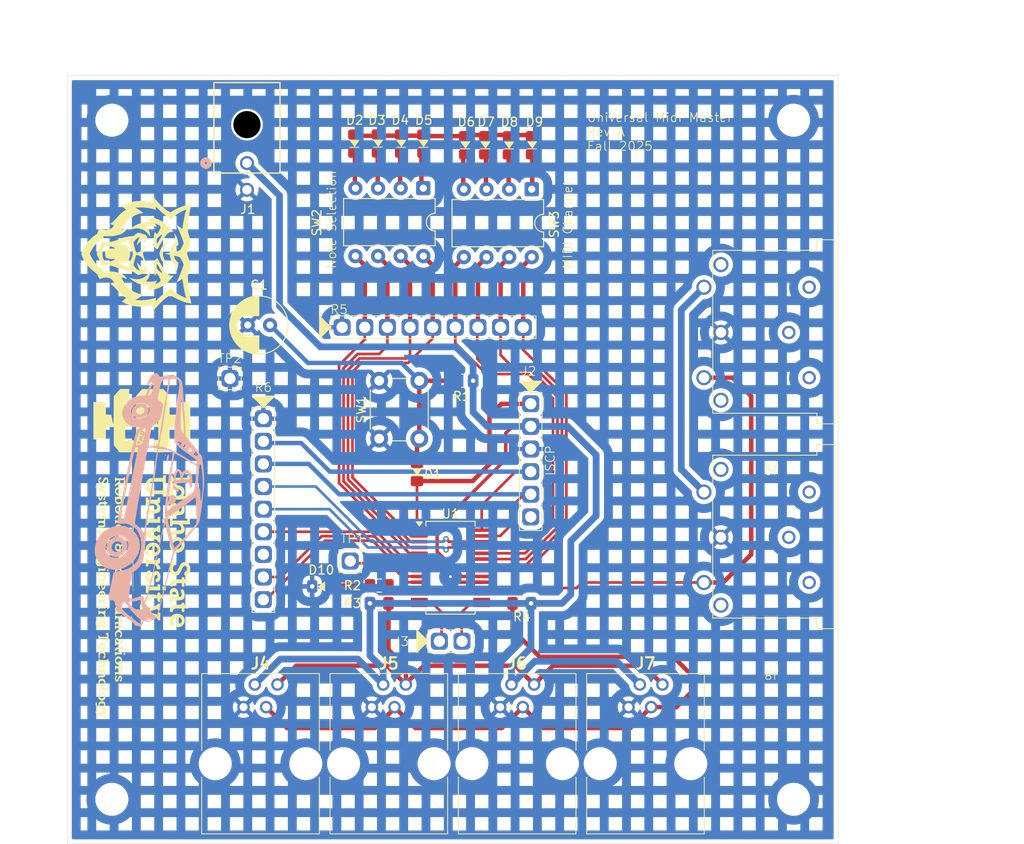
<source format=kicad_pcb>
(kicad_pcb (version 20241229) (generator "pcbnew") (generator_version "9.0")
  (layers (0 "F.Cu" signal) (2 "B.Cu" signal) (13 "F.Paste" user) (15 "B.Paste" user) (5 "F.SilkS" user "F.Silkscreen") (7 "B.SilkS" user "B.Silkscreen") (1 "F.Mask" user) (3 "B.Mask" user) (25 "Edge.Cuts" user))
  (net 0 "")
  (net 1 "GND")
  (net 2 "Net-(D1-A)")
  (net 3 "RE3")
  (net 4 "Net-(D10-A)")
  (net 5 "Net-(D2-K)")
  (net 6 "Net-(D4-K)")
  (net 7 "Net-(D5-K)")
  (net 8 "Net-(D6-K)")
  (net 9 "Net-(D7-K)")
  (net 10 "Net-(D8-K)")
  (net 11 "Net-(D9-K)")
  (net 12 "RB7")
  (net 14 "RB6")
  (net 15 "Net-(U1-RC4)")
  (net 16 "Net-(U1-RC3)")
  (net 17 "Net-(U1-RC7)")
  (net 18 "Net-(U1-RC0)")
  (net 19 "Net-(R5-R2)")
  (net 20 "Net-(R5-R5)")
  (net 21 "Net-(R5-R3)")
  (net 22 "Net-(R5-R1)")
  (net 23 "Net-(R5-R8)")
  (net 24 "Net-(R5-R6)")
  (net 25 "Net-(R5-R7)")
  (net 26 "Net-(R5-R4)")
  (net 27 "Net-(R6-R4)")
  (net 28 "Net-(R6-R7)")
  (net 29 "Net-(R6-R8)")
  (net 31 "Net-(R6-R3)")
  (net 32 "Net-(R6-R5)")
  (net 33 "Net-(U1-RA6)")
  (net 38 "Net-(U1-V_{DD})")
  (net 39 "Net-(D2-A)")
  (net 40 "Net-(D3-K)")
  (net 45 "Net-(J8-Pad4)")
  (footprint "2JB_Footprints:1x9_100mil_Header" (layer "F.Cu") (at 143.7 96.43)
    (property "Reference" "R5" (at -9.2 -0.43 0) (layer "F.SilkS") (effects (font (thickness 0.1))))
    (property "Value" "1KΩ")
    (pad "1" thru_hole roundrect (at -8.86 1.57) (size 1.905 1.905) (drill 1.27) (layers "*.Cu" "*.Mask") (net 1 "GND"))
    (pad "2" thru_hole roundrect (at -6.32 1.57) (size 1.905 1.905) (drill 1.27) (layers "*.Cu" "*.Mask") (net 22 "Net-(R5-R1)"))
    (pad "3" thru_hole roundrect (at -3.78 1.57) (size 1.905 1.905) (drill 1.27) (layers "*.Cu" "*.Mask") (net 19 "Net-(R5-R2)"))
    (pad "4" thru_hole roundrect (at -1.24 1.57) (size 1.905 1.905) (drill 1.27) (layers "*.Cu" "*.Mask") (net 21 "Net-(R5-R3)"))
    (pad "5" thru_hole roundrect (at 1.3 1.57) (size 1.905 1.905) (drill 1.27) (layers "*.Cu" "*.Mask") (net 26 "Net-(R5-R4)"))
    (pad "6" thru_hole roundrect (at 3.84 1.57) (size 1.905 1.905) (drill 1.27) (layers "*.Cu" "*.Mask") (net 20 "Net-(R5-R5)"))
    (pad "7" thru_hole roundrect (at 6.38 1.57) (size 1.905 1.905) (drill 1.27) (layers "*.Cu" "*.Mask") (net 24 "Net-(R5-R6)"))
    (pad "8" thru_hole roundrect (at 8.92 1.57) (size 1.905 1.905) (drill 1.27) (layers "*.Cu" "*.Mask") (net 25 "Net-(R5-R7)"))
    (pad "9" thru_hole roundrect (at 11.464442 1.579999) (size 1.905 1.905) (drill 1.27) (layers "*.Cu" "*.Mask") (net 23 "Net-(R5-R8)"))
  )
  (footprint "2JB_Footprints:C_0805" (layer "F.Cu") (at 155 129 180)
    (property "Reference" "R4" (at 0 -1.5 180) (layer "F.SilkS"))
    (property "Value" "2.2KΩ")
    (pad "1" thru_hole roundrect (at -1.0375 0 180) (size 1.175 1.45) (drill 0.5) (layers "*.Cu" "*.Mask") (roundrect_rratio 0.212766) (net 38 "Net-(U1-V_{DD})"))
    (pad "2" smd roundrect (at 1.0375 0 180) (size 1.175 1.45) (layers "F.Cu" "F.Mask" "F.Paste") (roundrect_rratio 0.212766) (net 15 "Net-(U1-RC4)"))
  )
  (footprint "2JB_Footprints:1X1_100mil_Header" (layer "F.Cu") (at 156.07 124.25)
    (property "Reference" "TP1" (at -20.07 -2.5 0) (layer "F.SilkS") (effects (font (thickness 0.1))))
    (property "Value" "Clock Out")
    (pad "1" thru_hole roundrect (at -20.32 0) (size 1.905 1.905) (drill 1.27) (layers "*.Cu" "*.Mask") (net 33 "Net-(U1-RA6)"))
  )
  (footprint "2JB_Footprints:D_0805" (layer "F.Cu") (at 132.754 127.856 180)
    (property "Reference" "D10" (at 0.254 2.606 0) (layer "F.SilkS"))
    (property "Value" "LED_Small_Filled" (hide yes))
    (pad "1" thru_hole roundrect (at 1.27 0.762 180) (size 1.15 1.4) (drill 0.5) (layers "*.Cu" "*.Mask") (roundrect_rratio 0.217391) (net 1 "GND"))
    (pad "2" smd roundrect (at -0.762 0.762 180) (size 1.15 1.4) (layers "F.Cu" "F.Mask" "F.Paste") (roundrect_rratio 0.217391) (net 4 "Net-(D10-A)"))
  )
  (footprint "Capacitor_THT:C_Radial_D6.3mm_H11.0mm_P2.50mm" (layer "F.Cu") (at 126.75 97.75 180)
    (property "Reference" "C1" (at 1.25 4.5 180) (layer "F.SilkS"))
    (property "Value" "10µF")
    (pad "1" thru_hole circle (at 0 0 180) (size 1.6 1.6) (drill 0.8) (layers "*.Cu" "*.Mask") (net 2 "Net-(D1-A)"))
    (pad "2" thru_hole circle (at 2.5 0 180) (size 1.6 1.6) (drill 0.8) (layers "*.Cu" "*.Mask") (net 1 "GND"))
  )
  (footprint "2JB_Footprints:D_0805" (layer "F.Cu") (at 136.976 77.126 -90)
    (property "Reference" "D2" (at -2.376 0.726 180) (layer "F.SilkS"))
    (property "Value" "LED_Small_Filled" (hide yes))
    (pad "1" smd roundrect (at 1.27 0.762 270) (size 1.15 1.4) (layers "F.Cu" "F.Mask" "F.Paste") (roundrect_rratio 0.217391) (net 5 "Net-(D2-K)"))
    (pad "2" smd roundrect (at -0.762 0.762 270) (size 1.15 1.4) (layers "F.Cu" "F.Mask" "F.Paste") (roundrect_rratio 0.217391) (net 39 "Net-(D2-A)"))
  )
  (footprint "2JB_Footprints:RJ11" (layer "F.Cu") (at 125.68 147)
    (property "Reference" "J4" (at 0 -11.25 0) (layer "F.SilkS") (effects (font (size 1.27 1.27) (thickness 0.254))))
    (property "Value" "I2C Out" (hide yes))
    (pad "" np_thru_hole circle (at -5.08 0) (size 3.2 3.2) (drill 3.2) (layers "*.Cu" "*.Mask"))
    (pad "" np_thru_hole circle (at 5.08 0) (size 3.2 3.2) (drill 3.2) (layers "*.Cu" "*.Mask"))
    (pad "1" thru_hole circle (at -1.905 -6.35) (size 1.4 1.4) (drill 0.9) (layers "*.Cu" "*.Mask") (net 1 "GND"))
    (pad "2" thru_hole circle (at -0.635 -8.89) (size 1.4 1.4) (drill 0.9) (layers "*.Cu" "*.Mask") (net 38 "Net-(U1-V_{DD})"))
    (pad "3" thru_hole circle (at 0.635 -6.35) (size 1.4 1.4) (drill 0.9) (layers "*.Cu" "*.Mask") (net 15 "Net-(U1-RC4)"))
    (pad "4" thru_hole circle (at 1.905 -8.89) (size 1.4 1.4) (drill 0.9) (layers "*.Cu" "*.Mask") (net 16 "Net-(U1-RC3)"))
  )
  (footprint "2JB_Footprints:DIN-5PIN_MIDI" (layer "F.Cu") (at 182.9415 123.7975 180)
    (property "Reference" "J8" (at -0.1 -13.2 180) (layer "F.SilkS") (effects (font (thickness 0.1))))
    (property "Value" "MIDI In")
    (pad "1" thru_hole circle (at 5.5975 9.8375 180) (size 1.7 1.7) (drill 1.2) (layers "*.Cu" "*.Mask"))
    (pad "2" thru_hole circle (at 5.5975 2.2175 180) (size 1.7 1.7) (drill 1.2) (layers "*.Cu" "*.Mask") (net 1 "GND"))
    (pad "3" thru_hole circle (at 5.5975 -5.4025 180) (size 1.7 1.7) (drill 1.2) (layers "*.Cu" "*.Mask"))
    (pad "4" thru_hole circle (at 7.5025 7.2975 180) (size 1.7 1.7) (drill 1.2) (layers "*.Cu" "*.Mask") (net 45 "Net-(J8-Pad4)"))
    (pad "5" thru_hole circle (at 7.5025 -2.8625 180) (size 1.7 1.7) (drill 1.2) (layers "*.Cu" "*.Mask") (net 17 "Net-(U1-RC7)"))
    (pad "6" thru_hole circle (at -2.0225 2.2175 90) (size 1.5 1.5) (drill 1) (layers "*.Cu" "*.Mask"))
    (pad "7" thru_hole circle (at -4.3085 -2.8625 90) (size 1.5 1.5) (drill 1) (layers "*.Cu" "*.Mask"))
    (pad "7" thru_hole circle (at -4.3085 7.2975 90) (size 1.5 1.5) (drill 1) (layers "*.Cu" "*.Mask"))
  )
  (footprint "MountingHole:MountingHole_3.2mm_M3_DIN965" (layer "F.Cu") (at 185.5 74.75)
    (property "Reference" "REF**" (hide yes))
    (property "Value" "MountingHole_3.2mm_M3_DIN965")
    (pad "" np_thru_hole circle (at 0 0) (size 3.2 3.2) (drill 3.2) (layers "*.Cu" "*.Mask"))
  )
  (footprint "2JB_Footprints:D_0805" (layer "F.Cu") (at 142.226 77.126 -90)
    (property "Reference" "D4" (at -2.38 0.87 180) (layer "F.SilkS"))
    (property "Value" "LED_Small_Filled" (hide yes))
    (pad "1" smd roundrect (at 1.27 0.762 270) (size 1.15 1.4) (layers "F.Cu" "F.Mask" "F.Paste") (roundrect_rratio 0.217391) (net 6 "Net-(D4-K)"))
    (pad "2" smd roundrect (at -0.762 0.762 270) (size 1.15 1.4) (layers "F.Cu" "F.Mask" "F.Paste") (roundrect_rratio 0.217391) (net 39 "Net-(D2-A)"))
  )
  (footprint "MountingHole:MountingHole_3.2mm_M3_DIN965" (layer "F.Cu") (at 109 151)
    (property "Reference" "REF**" (hide yes))
    (property "Value" "MountingHole_3.2mm_M3_DIN965")
    (pad "" np_thru_hole circle (at 0 0) (size 3.2 3.2) (drill 3.2) (layers "*.Cu" "*.Mask"))
  )
  (footprint "2JB_Footprints:C_0805" (layer "F.Cu") (at 139 127 180)
    (property "Reference" "R2" (at 3 0 0) (layer "F.SilkS"))
    (property "Value" "10KΩ")
    (pad "1" smd roundrect (at -1.0375 0 180) (size 1.175 1.45) (layers "F.Cu" "F.Mask" "F.Paste") (roundrect_rratio 0.212766) (net 18 "Net-(U1-RC0)"))
    (pad "2" smd roundrect (at 1.0375 0 180) (size 1.175 1.45) (layers "F.Cu" "F.Mask" "F.Paste") (roundrect_rratio 0.212766) (net 4 "Net-(D10-A)"))
  )
  (footprint "2JB_Footprints:D_0805" (layer "F.Cu") (at 156.916 77.301 -90)
    (property "Reference" "D9" (at -2.36 0.496 180) (layer "F.SilkS"))
    (property "Value" "LED_Small_Filled" (hide yes))
    (pad "1" smd roundrect (at 1.27 0.762 270) (size 1.15 1.4) (layers "F.Cu" "F.Mask" "F.Paste") (roundrect_rratio 0.217391) (net 11 "Net-(D9-K)"))
    (pad "2" smd roundrect (at -0.762 0.762 270) (size 1.15 1.4) (layers "F.Cu" "F.Mask" "F.Paste") (roundrect_rratio 0.217391) (net 39 "Net-(D2-A)"))
  )
  (footprint "2JB_Footprints:1X2_100mil_Header" (layer "F.Cu") (at 166.07 133.25)
    (property "Reference" "J3" (at -24.5875 0.035 0) (layer "F.SilkS") (effects (font (thickness 0.1))))
    (property "Value" "I2C Test Point")
    (pad "1" thru_hole roundrect (at -20.32 0) (size 1.905 1.905) (drill 1.27) (layers "*.Cu" "*.Mask") (net 16 "Net-(U1-RC3)"))
    (pad "2" thru_hole roundrect (at -17.78 0) (size 1.905 1.905) (drill 1.27) (layers "*.Cu" "*.Mask") (net 15 "Net-(U1-RC4)"))
  )
  (footprint "2JB_Footprints:D_0805" (layer "F.Cu") (at 151.666 77.301 -90)
    (property "Reference" "D7" (at -2.36 0.67 180) (layer "F.SilkS"))
    (property "Value" "LED_Small_Filled" (hide yes))
    (pad "1" smd roundrect (at 1.27 0.762 270) (size 1.15 1.4) (layers "F.Cu" "F.Mask" "F.Paste") (roundrect_rratio 0.217391) (net 9 "Net-(D7-K)"))
    (pad "2" smd roundrect (at -0.762 0.762 270) (size 1.15 1.4) (layers "F.Cu" "F.Mask" "F.Paste") (roundrect_rratio 0.217391) (net 39 "Net-(D2-A)"))
  )
  (footprint "Package_DIP:DIP-8_W7.62mm" (layer "F.Cu") (at 143.95 82.38 -90)
    (property "Reference" "SW2" (at 3.87 11.95 90) (layer "F.SilkS"))
    (property "Value" "Note Selection" (hide yes))
    (pad "1" thru_hole roundrect (at 0 0 270) (size 1.6 1.6) (drill 0.8) (layers "*.Cu" "*.Mask") (roundrect_rratio 0.15625) (net 7 "Net-(D5-K)"))
    (pad "2" thru_hole circle (at 0 2.54 270) (size 1.6 1.6) (drill 0.8) (layers "*.Cu" "*.Mask") (net 6 "Net-(D4-K)"))
    (pad "3" thru_hole circle (at 0 5.08 270) (size 1.6 1.6) (drill 0.8) (layers "*.Cu" "*.Mask") (net 40 "Net-(D3-K)"))
    (pad "4" thru_hole circle (at 0 7.62 270) (size 1.6 1.6) (drill 0.8) (layers "*.Cu" "*.Mask") (net 5 "Net-(D2-K)"))
    (pad "5" thru_hole circle (at 7.62 7.62 270) (size 1.6 1.6) (drill 0.8) (layers "*.Cu" "*.Mask") (net 22 "Net-(R5-R1)"))
    (pad "6" thru_hole circle (at 7.62 5.08 270) (size 1.6 1.6) (drill 0.8) (layers "*.Cu" "*.Mask") (net 19 "Net-(R5-R2)"))
    (pad "7" thru_hole circle (at 7.62 2.54 270) (size 1.6 1.6) (drill 0.8) (layers "*.Cu" "*.Mask") (net 21 "Net-(R5-R3)"))
    (pad "8" thru_hole circle (at 7.62 0 270) (size 1.6 1.6) (drill 0.8) (layers "*.Cu" "*.Mask") (net 26 "Net-(R5-R4)"))
  )
  (footprint "2JB_Logos:Stacked_ISU_1_5x0_5" (layer "F.Cu") (at 112.600799 123.638088 -90)
    (property "Reference" "G***" (hide yes))
    (property "Value" "LOGO" (hide yes))
  )
  (footprint "2JB_Footprints:C_0805" (layer "F.Cu") (at 148.5 104 180)
    (property "Reference" "R1" (at 0.261252 -1.75 0) (layer "F.SilkS"))
    (property "Value" "10KΩ")
    (pad "1" thru_hole roundrect (at -1.0375 0 180) (size 1.175 1.45) (drill 0.5) (layers "*.Cu" "*.Mask") (roundrect_rratio 0.212766) (net 38 "Net-(U1-V_{DD})"))
    (pad "2" smd roundrect (at 1.0375 0 180) (size 1.175 1.45) (layers "F.Cu" "F.Mask" "F.Paste") (roundrect_rratio 0.212766) (net 2 "Net-(D1-A)"))
  )
  (footprint "2JB_Logos:Bengal_Head_0_5x0_5" (layer "F.Cu") (at 111.75 89.75 -90)
    (property "Reference" "G***" (hide yes))
    (property "Value" "LOGO" (hide yes))
  )
  (footprint "2JB_Footprints:D_0805" (layer "F.Cu") (at 139.632 77.11 -90)
    (property "Reference" "D3" (at -2.36 0.882 180) (layer "F.SilkS"))
    (property "Value" "LED_Small_Filled" (hide yes))
    (pad "1" smd roundrect (at 1.27 0.762 270) (size 1.15 1.4) (layers "F.Cu" "F.Mask" "F.Paste") (roundrect_rratio 0.217391) (net 40 "Net-(D3-K)"))
    (pad "2" smd roundrect (at -0.762 0.762 270) (size 1.15 1.4) (layers "F.Cu" "F.Mask" "F.Paste") (roundrect_rratio 0.217391) (net 39 "Net-(D2-A)"))
  )
  (footprint "2JB_Footprints:D_0805" (layer "F.Cu") (at 144 114 -90)
    (property "Reference" "D1" (at 0.508 -1.016 180) (layer "F.SilkS"))
    (property "Value" "1N4148" (hide yes))
    (pad "1" smd roundrect (at 1.27 0.762 270) (size 1.15 1.4) (layers "F.Cu" "F.Mask" "F.Paste") (roundrect_rratio 0.217391) (net 3 "RE3"))
    (pad "2" smd roundrect (at -0.762 0.762 270) (size 1.15 1.4) (layers "F.Cu" "F.Mask" "F.Paste") (roundrect_rratio 0.217391) (net 2 "Net-(D1-A)"))
  )
  (footprint "2JB_Footprints:1x9_100mil_Header" (layer "F.Cu") (at 127.57 117.12 -90)
    (property "Reference" "R6" (at -12.37 1.57 0) (layer "F.SilkS") (effects (font (thickness 0.1))))
    (property "Value" "10KΩ")
    (pad "1" thru_hole roundrect (at -8.86 1.57 270) (size 1.905 1.905) (drill 1.27) (layers "*.Cu" "*.Mask") (net 1 "GND"))
    (pad "2" thru_hole roundrect (at -6.32 1.57 270) (size 1.905 1.905) (drill 1.27) (layers "*.Cu" "*.Mask") (net 12 "RB7"))
    (pad "3" thru_hole roundrect (at -3.78 1.57 270) (size 1.905 1.905) (drill 1.27) (layers "*.Cu" "*.Mask") (net 14 "RB6"))
    (pad "4" thru_hole roundrect (at -1.24 1.57 270) (size 1.905 1.905) (drill 1.27) (layers "*.Cu" "*.Mask") (net 31 "Net-(R6-R3)"))
    (pad "5" thru_hole roundrect (at 1.3 1.57 270) (size 1.905 1.905) (drill 1.27) (layers "*.Cu" "*.Mask") (net 27 "Net-(R6-R4)"))
    (pad "6" thru_hole roundrect (at 3.84 1.57 270) (size 1.905 1.905) (drill 1.27) (layers "*.Cu" "*.Mask") (net 32 "Net-(R6-R5)"))
    (pad "7" thru_hole roundrect (at 6.38 1.57 270) (size 1.905 1.905) (drill 1.27) (layers "*.Cu" "*.Mask"))
    (pad "8" thru_hole roundrect (at 8.92 1.57 270) (size 1.905 1.905) (drill 1.27) (layers "*.Cu" "*.Mask") (net 28 "Net-(R6-R7)"))
    (pad "9" thru_hole roundrect (at 11.464442 1.579999 270) (size 1.905 1.905) (drill 1.27) (layers "*.Cu" "*.Mask") (net 29 "Net-(R6-R8)"))
  )
  (footprint "Package_SO:SSOP-28_5.3x10.2mm_P0.65mm" (layer "F.Cu") (at 147 125)
    (property "Reference" "U1" (at 0 -6.05 0) (layer "F.SilkS"))
    (property "Value" "PIC16F1788")
    (pad "1" smd roundrect (at -3.5 -4.225) (size 1.9 0.4) (layers "F.Cu" "F.Mask" "F.Paste") (net 3 "RE3"))
    (pad "2" smd roundrect (at -3.5 -3.575) (size 1.9 0.4) (layers "F.Cu" "F.Mask" "F.Paste") (net 26 "Net-(R5-R4)"))
    (pad "3" smd roundrect (at -3.5 -2.925) (size 1.9 0.4) (layers "F.Cu" "F.Mask" "F.Paste") (net 21 "Net-(R5-R3)"))
    (pad "4" smd roundrect (at -3.5 -2.275) (size 1.9 0.4) (layers "F.Cu" "F.Mask" "F.Paste") (net 19 "Net-(R5-R2)"))
    (pad "5" smd roundrect (at -3.5 -1.625) (size 1.9 0.4) (layers "F.Cu" "F.Mask" "F.Paste") (net 22 "Net-(R5-R1)"))
    (pad "6" smd roundrect (at -3.5 -0.975) (size 1.9 0.4) (layers "F.Cu" "F.Mask" "F.Paste") (net 32 "Net-(R6-R5)"))
    (pad "7" smd roundrect (at -3.5 -0.325) (size 1.9 0.4) (layers "F.Cu" "F.Mask" "F.Paste") (net 28 "Net-(R6-R7)"))
    (pad "8" smd roundrect (at -3.5 0.325) (size 1.9 0.4) (layers "F.Cu" "F.Mask" "F.Paste") (net 1 "GND"))
    (pad "9" smd roundrect (at -3.5 0.975) (size 1.9 0.4) (layers "F.Cu" "F.Mask" "F.Paste") (net 29 "Net-(R6-R8)"))
    (pad "10" smd roundrect (at -3.5 1.625) (size 1.9 0.4) (layers "F.Cu" "F.Mask" "F.Paste") (net 33 "Net-(U1-RA6)"))
    (pad "11" smd roundrect (at -3.5 2.275) (size 1.9 0.4) (layers "F.Cu" "F.Mask" "F.Paste") (net 18 "Net-(U1-RC0)"))
    (pad "12" smd roundrect (at -3.5 2.925) (size 1.9 0.4) (layers "F.Cu" "F.Mask" "F.Paste"))
    (pad "13" smd roundrect (at -3.5 3.575) (size 1.9 0.4) (layers "F.Cu" "F.Mask" "F.Paste"))
    (pad "14" smd roundrect (at -3.5 4.225) (size 1.9 0.4) (layers "F.Cu" "F.Mask" "F.Paste") (net 16 "Net-(U1-RC3)"))
    (pad "15" smd roundrect (at 3.5 4.225) (size 1.9 0.4) (layers "F.Cu" "F.Mask" "F.Paste") (net 15 "Net-(U1-RC4)"))
    (pad "16" smd roundrect (at 3.5 3.575) (size 1.9 0.4) (layers "F.Cu" "F.Mask" "F.Paste"))
    (pad "17" smd roundrect (at 3.5 2.925) (size 1.9 0.4) (layers "F.Cu" "F.Mask" "F.Paste"))
    (pad "18" smd roundrect (at 3.5 2.275) (size 1.9 0.4) (layers "F.Cu" "F.Mask" "F.Paste") (net 17 "Net-(U1-RC7)"))
    (pad "19" smd roundrect (at 3.5 1.625) (size 1.9 0.4) (layers "F.Cu" "F.Mask" "F.Paste") (net 1 "GND"))
    (pad "20" smd roundrect (at 3.5 0.975) (size 1.9 0.4) (layers "F.Cu" "F.Mask" "F.Paste") (net 38 "Net-(U1-V_{DD})"))
    (pad "21" smd roundrect (at 3.5 0.325) (size 1.9 0.4) (layers "F.Cu" "F.Mask" "F.Paste") (net 23 "Net-(R5-R8)"))
    (pad "22" smd roundrect (at 3.5 -0.325) (size 1.9 0.4) (layers "F.Cu" "F.Mask" "F.Paste") (net 25 "Net-(R5-R7)"))
    (pad "23" smd roundrect (at 3.5 -0.975) (size 1.9 0.4) (layers "F.Cu" "F.Mask" "F.Paste") (net 24 "Net-(R5-R6)"))
    (pad "24" smd roundrect (at 3.5 -1.625) (size 1.9 0.4) (layers "F.Cu" "F.Mask" "F.Paste") (net 20 "Net-(R5-R5)"))
    (pad "25" smd roundrect (at 3.5 -2.275) (size 1.9 0.4) (layers "F.Cu" "F.Mask" "F.Paste") (net 27 "Net-(R6-R4)"))
    (pad "26" smd roundrect (at 3.5 -2.925) (size 1.9 0.4) (layers "F.Cu" "F.Mask" "F.Paste") (net 31 "Net-(R6-R3)"))
    (pad "27" smd roundrect (at 3.5 -3.575) (size 1.9 0.4) (layers "F.Cu" "F.Mask" "F.Paste") (net 14 "RB6"))
    (pad "28" smd roundrect (at 3.5 -4.225) (size 1.9 0.4) (layers "F.Cu" "F.Mask" "F.Paste") (net 12 "RB7"))
  )
  (footprint "2JB_Footprints:1X1_100mil_Header" (layer "F.Cu") (at 142.57 103.75)
    (property "Reference" "TP2" (at -20.32 -2.25 0) (layer "F.SilkS") (effects (font (thickness 0.1))))
    (property "Value" "GND")
    (pad "1" thru_hole roundrect (at -20.32 0) (size 1.905 1.905) (drill 1.27) (layers "*.Cu" "*.Mask") (net 1 "GND"))
  )
  (footprint "2JB_Footprints:RJ11" (layer "F.Cu") (at 154.48 147)
    (property "Reference" "J6" (at 0 -11.25 0) (layer "F.SilkS") (effects (font (size 1.27 1.27) (thickness 0.254))))
    (property "Value" "I2C Out" (hide yes))
    (pad "" np_thru_hole circle (at -5.08 0) (size 3.2 3.2) (drill 3.2) (layers "*.Cu" "*.Mask"))
    (pad "" np_thru_hole circle (at 5.08 0) (size 3.2 3.2) (drill 3.2) (layers "*.Cu" "*.Mask"))
    (pad "1" thru_hole circle (at -1.905 -6.35) (size 1.4 1.4) (drill 0.9) (layers "*.Cu" "*.Mask") (net 1 "GND"))
    (pad "2" thru_hole circle (at -0.635 -8.89) (size 1.4 1.4) (drill 0.9) (layers "*.Cu" "*.Mask") (net 38 "Net-(U1-V_{DD})"))
    (pad "3" thru_hole circle (at 0.635 -6.35) (size 1.4 1.4) (drill 0.9) (layers "*.Cu" "*.Mask") (net 15 "Net-(U1-RC4)"))
    (pad "4" thru_hole circle (at 1.905 -8.89) (size 1.4 1.4) (drill 0.9) (layers "*.Cu" "*.Mask") (net 16 "Net-(U1-RC3)"))
  )
  (footprint "2JB_Footprints:RJ11" (layer "F.Cu") (at 168.88 147)
    (property "Reference" "J7" (at 0 -11.25 0) (layer "F.SilkS") (effects (font (size 1.27 1.27) (thickness 0.254))))
    (property "Value" "I2C Out" (hide yes))
    (pad "" np_thru_hole circle (at -5.08 0) (size 3.2 3.2) (drill 3.2) (layers "*.Cu" "*.Mask"))
    (pad "" np_thru_hole circle (at 5.08 0) (size 3.2 3.2) (drill 3.2) (layers "*.Cu" "*.Mask"))
    (pad "1" thru_hole circle (at -1.905 -6.35) (size 1.4 1.4) (drill 0.9) (layers "*.Cu" "*.Mask") (net 1 "GND"))
    (pad "2" thru_hole circle (at -0.635 -8.89) (size 1.4 1.4) (drill 0.9) (layers "*.Cu" "*.Mask") (net 38 "Net-(U1-V_{DD})"))
    (pad "3" thru_hole circle (at 0.635 -6.35) (size 1.4 1.4) (drill 0.9) (layers "*.Cu" "*.Mask") (net 15 "Net-(U1-RC4)"))
    (pad "4" thru_hole circle (at 1.905 -8.89) (size 1.4 1.4) (drill 0.9) (layers "*.Cu" "*.Mask") (net 16 "Net-(U1-RC3)"))
  )
  (footprint "2JB_Footprints:DIN-5PIN_MIDI" (layer "F.Cu") (at 182.9415 100.7975 180)
    (property "Reference" "J9" (at -0.1 -13.2 180) (layer "F.SilkS") (effects (font (thickness 0.1))))
    (property "Value" "MIDI Through")
    (pad "1" thru_hole circle (at 5.5975 9.8375 180) (size 1.7 1.7) (drill 1.2) (layers "*.Cu" "*.Mask"))
    (pad "2" thru_hole circle (at 5.5975 2.2175 180) (size 1.7 1.7) (drill 1.2) (layers "*.Cu" "*.Mask") (net 1 "GND"))
    (pad "3" thru_hole circle (at 5.5975 -5.4025 180) (size 1.7 1.7) (drill 1.2) (layers "*.Cu" "*.Mask"))
    (pad "4" thru_hole circle (at 7.5025 7.2975 180) (size 1.7 1.7) (drill 1.2) (layers "*.Cu" "*.Mask") (net 45 "Net-(J8-Pad4)"))
    (pad "5" thru_hole circle (at 7.5025 -2.8625 180) (size 1.7 1.7) (drill 1.2) (layers "*.Cu" "*.Mask") (net 17 "Net-(U1-RC7)"))
    (pad "6" thru_hole circle (at -2.0225 2.2175 90) (size 1.5 1.5) (drill 1) (layers "*.Cu" "*.Mask"))
    (pad "7" thru_hole circle (at -4.3085 -2.8625 90) (size 1.5 1.5) (drill 1) (layers "*.Cu" "*.Mask"))
    (pad "7" thru_hole circle (at -4.3085 7.2975 90) (size 1.5 1.5) (drill 1) (layers "*.Cu" "*.Mask"))
  )
  (footprint "Package_DIP:DIP-8_W7.62mm" (layer "F.Cu") (at 156.12 82.5 -90)
    (property "Reference" "SW3" (at 3.94 -2.52 90) (layer "F.SilkS"))
    (property "Value" "MIDI Channel" (hide yes))
    (pad "1" thru_hole roundrect (at 0 0 270) (size 1.6 1.6) (drill 0.8) (layers "*.Cu" "*.Mask") (roundrect_rratio 0.15625) (net 11 "Net-(D9-K)"))
    (pad "2" thru_hole circle (at 0 2.54 270) (size 1.6 1.6) (drill 0.8) (layers "*.Cu" "*.Mask") (net 10 "Net-(D8-K)"))
    (pad "3" thru_hole circle (at 0 5.08 270) (size 1.6 1.6) (drill 0.8) (layers "*.Cu" "*.Mask") (net 9 "Net-(D7-K)"))
    (pad "4" thru_hole circle (at 0 7.62 270) (size 1.6 1.6) (drill 0.8) (layers "*.Cu" "*.Mask") (net 8 "Net-(D6-K)"))
    (pad "5" thru_hole circle (at 7.62 7.62 270) (size 1.6 1.6) (drill 0.8) (layers "*.Cu" "*.Mask") (net 20 "Net-(R5-R5)"))
    (pad "6" thru_hole circle (at 7.62 5.08 270) (size 1.6 1.6) (drill 0.8) (layers "*.Cu" "*.Mask") (net 24 "Net-(R5-R6)"))
    (pad "7" thru_hole circle (at 7.62 2.54 270) (size 1.6 1.6) (drill 0.8) (layers "*.Cu" "*.Mask") (net 25 "Net-(R5-R7)"))
    (pad "8" thru_hole circle (at 7.62 0 270) (size 1.6 1.6) (drill 0.8) (layers "*.Cu" "*.Mask") (net 23 "Net-(R5-R8)"))
  )
  (footprint "2JB_Footprints:D_0805" (layer "F.Cu") (at 144.726 77.126 -90)
    (property "Reference" "D5" (at -2.376 0.726 180) (layer "F.SilkS"))
    (property "Value" "LED_Small_Filled" (hide yes))
    (pad "1" smd roundrect (at 1.27 0.762 270) (size 1.15 1.4) (layers "F.Cu" "F.Mask" "F.Paste") (roundrect_rratio 0.217391) (net 7 "Net-(D5-K)"))
    (pad "2" smd roundrect (at -0.762 0.762 270) (size 1.15 1.4) (layers "F.Cu" "F.Mask" "F.Paste") (roundrect_rratio 0.217391) (net 39 "Net-(D2-A)"))
  )
  (footprint "MountingHole:MountingHole_3.2mm_M3_DIN965" (layer "F.Cu") (at 185.5 151)
    (property "Reference" "REF**" (hide yes))
    (property "Value" "MountingHole_3.2mm_M3_DIN965")
    (pad "" np_thru_hole circle (at 0 0) (size 3.2 3.2) (drill 3.2) (layers "*.Cu" "*.Mask"))
  )
  (footprint "2JB_Footprints:2PinMolex" (layer "F.Cu") (at 124.1604 79.564301 180)
    (property "Reference" "J1" (at -0.0896 -5.185699 0) (layer "F.SilkS"))
    (property "Value" "Power")
    (pad "" np_thru_hole circle (at 0 4.320002 180) (size 3.048 3.048) (drill 3.048) (layers))
    (pad "1" thru_hole circle (at 0 0 180) (size 1.5748 1.5748) (drill 1.0668) (layers "*.Cu" "*.Mask") (net 38 "Net-(U1-V_{DD})"))
    (pad "2" thru_hole circle (at 0 -2.999999 180) (size 1.5748 1.5748) (drill 1.0668) (layers "*.Cu" "*.Mask") (net 1 "GND"))
  )
  (footprint "2JB_Footprints:1X6_100mil_Header" (layer "F.Cu") (at 162.604 112.94 -90)
    (property "Reference" "J2" (at -10.008 6.837 0) (layer "F.SilkS") (effects (font (thickness 0.1))))
    (property "Value" "ISCP")
    (pad "1" thru_hole roundrect (at -6.35 6.604 270) (size 1.905 1.905) (drill 1.27) (layers "*.Cu" "*.Mask") (net 3 "RE3"))
    (pad "2" thru_hole roundrect (at -3.81 6.604 270) (size 1.905 1.905) (drill 1.27) (layers "*.Cu" "*.Mask") (net 38 "Net-(U1-V_{DD})"))
    (pad "3" thru_hole roundrect (at -1.27 6.604 270) (size 1.905 1.905) (drill 1.27) (layers "*.Cu" "*.Mask") (net 1 "GND"))
    (pad "4" thru_hole roundrect (at 1.27 6.604 270) (size 1.905 1.905) (drill 1.27) (layers "*.Cu" "*.Mask") (net 12 "RB7"))
    (pad "5" thru_hole roundrect (at 3.81 6.604 270) (size 1.905 1.905) (drill 1.27) (layers "*.Cu" "*.Mask") (net 14 "RB6"))
    (pad "6" thru_hole roundrect (at 6.35 6.604 270) (size 1.905 1.905) (drill 1.27) (layers "*.Cu" "*.Mask"))
  )
  (footprint "2JB_Footprints:RJ11" (layer "F.Cu") (at 140.08 147)
    (property "Reference" "J5" (at 0 -11.25 0) (layer "F.SilkS") (effects (font (size 1.27 1.27) (thickness 0.254))))
    (property "Value" "I2C Out" (hide yes))
    (pad "" np_thru_hole circle (at -5.08 0) (size 3.2 3.2) (drill 3.2) (layers "*.Cu" "*.Mask"))
    (pad "" np_thru_hole circle (at 5.08 0) (size 3.2 3.2) (drill 3.2) (layers "*.Cu" "*.Mask"))
    (pad "1" thru_hole circle (at -1.905 -6.35) (size 1.4 1.4) (drill 0.9) (layers "*.Cu" "*.Mask") (net 1 "GND"))
    (pad "2" thru_hole circle (at -0.635 -8.89) (size 1.4 1.4) (drill 0.9) (layers "*.Cu" "*.Mask") (net 38 "Net-(U1-V_{DD})"))
    (pad "3" thru_hole circle (at 0.635 -6.35) (size 1.4 1.4) (drill 0.9) (layers "*.Cu" "*.Mask") (net 15 "Net-(U1-RC4)"))
    (pad "4" thru_hole circle (at 1.905 -8.89) (size 1.4 1.4) (drill 0.9) (layers "*.Cu" "*.Mask") (net 16 "Net-(U1-RC3)"))
  )
  (footprint "MountingHole:MountingHole_3.2mm_M3_DIN965" (layer "F.Cu") (at 109 74.75)
    (property "Reference" "REF**" (hide yes))
    (property "Value" "MountingHole_3.2mm_M3_DIN965")
    (pad "" np_thru_hole circle (at 0 0) (size 3.2 3.2) (drill 3.2) (layers "*.Cu" "*.Mask"))
  )
  (footprint "2JB_Footprints:D_0805" (layer "F.Cu") (at 149.416 77.301 -90)
    (property "Reference" "D6" (at -2.36 0.632 180) (layer "F.SilkS"))
    (property "Value" "LED_Small_Filled" (hide yes))
    (pad "1" smd roundrect (at 1.27 0.762 270) (size 1.15 1.4) (layers "F.Cu" "F.Mask" "F.Paste") (roundrect_rratio 0.217391) (net 8 "Net-(D6-K)"))
    (pad "2" smd roundrect (at -0.762 0.762 270) (size 1.15 1.4) (layers "F.Cu" "F.Mask" "F.Paste") (roundrect_rratio 0.217391) (net 39 "Net-(D2-A)"))
  )
  (footprint "2JB_Footprints:C_0805" (layer "F.Cu") (at 139 129)
    (property "Reference" "R3" (at -3 0 180) (layer "F.SilkS"))
    (property "Value" "2.2KΩ")
    (pad "1" thru_hole roundrect (at -1.0375 0) (size 1.175 1.45) (drill 0.5) (layers "*.Cu" "*.Mask") (roundrect_rratio 0.212766) (net 38 "Net-(U1-V_{DD})"))
    (pad "2" smd roundrect (at 1.0375 0) (size 1.175 1.45) (layers "F.Cu" "F.Mask" "F.Paste") (roundrect_rratio 0.212766) (net 16 "Net-(U1-RC3)"))
  )
  (footprint "2JB_Footprints:D_0805" (layer "F.Cu") (at 154.322 77.317 -90)
    (property "Reference" "D8" (at -2.36 0.708 0) (layer "F.SilkS"))
    (property "Value" "LED_Small_Filled" (hide yes))
    (pad "1" smd roundrect (at 1.27 0.762 270) (size 1.15 1.4) (layers "F.Cu" "F.Mask" "F.Paste") (roundrect_rratio 0.217391) (net 10 "Net-(D8-K)"))
    (pad "2" smd roundrect (at -0.762 0.762 270) (size 1.15 1.4) (layers "F.Cu" "F.Mask" "F.Paste") (roundrect_rratio 0.217391) (net 39 "Net-(D2-A)"))
  )
  (footprint "Button_Switch_THT:SW_PUSH_6mm" (layer "F.Cu") (at 139 110.5 90)
    (property "Reference" "SW1" (at 3.25 -2 90) (layer "F.SilkS"))
    (property "Value" "Reset")
    (pad "1" thru_hole circle (at 0 0 180) (size 2 2) (drill 1.1) (layers "*.Cu" "*.Mask") (net 1 "GND"))
    (pad "1" thru_hole circle (at 6.5 0 180) (size 2 2) (drill 1.1) (layers "*.Cu" "*.Mask") (net 1 "GND"))
    (pad "2" thru_hole circle (at 0 4.5 180) (size 2 2) (drill 1.1) (layers "*.Cu" "*.Mask") (net 2 "Net-(D1-A)"))
    (pad "2" thru_hole circle (at 6.5 4.5 180) (size 2 2) (drill 1.1) (layers "*.Cu" "*.Mask") (net 2 "Net-(D1-A)"))
  )
  (footprint "2JB_Logos:JB_Logo_1_1x0_5" (layer "B.Cu") (at 113.25 117.5 90)
    (property "Reference" "G***" (hide yes))
    (property "Value" "LOGO" (hide yes))
  )
  (gr_rect (start 104 69.75) (end 190.5 156) (stroke (width 0.05)) (fill no) (layer "Edge.Cuts"))
  (gr_text "Note Selection" (at 134.25 91.5 90) (layer "F.SilkS") (effects (font (size 1 1) (thickness 0.1)) (justify left bottom)))
  (gr_text "Universal Midi Master\nRev A\nFall 2025" (at 162.25 78.25 0) (layer "F.SilkS") (effects (font (size 1 1) (thickness 0.1)) (justify left bottom)))
  (gr_text "ISCP" (at 158.767 114.75 90) (layer "F.SilkS") (effects (font (size 1 1) (thickness 0.1)) (justify left bottom)))
  (gr_text "MIDI Channel" (at 160.75 91.5 90) (layer "F.SilkS") (effects (font (size 1 1) (thickness 0.1)) (justify left bottom)))
  (segment (start 146.325 125.325) (end 147 126) (width 0.381) (layer "F.Cu") (net 1))
  (segment (start 147.625 126.625) (end 147 126) (width 0.381) (layer "F.Cu") (net 1))
  (segment (start 150.5 126.625) (end 147.625 126.625) (width 0.381) (layer "F.Cu") (net 1))
  (segment (start 143.5 125.325) (end 146.325 125.325) (width 0.381) (layer "F.Cu") (net 1))
  (via (at 147 126) (size 0.6) (drill 0.3) (layers "F.Cu" "B.Cu") (net 1))
  (segment (start 143.238 110.762) (end 143.5 110.5) (width 0.5) (layer "F.Cu") (net 2))
  (segment (start 143.238 113.238) (end 143.238 110.762) (width 0.5) (layer "F.Cu") (net 2))
  (segment (start 143.5 110.5) (end 143.5 104) (width 0.5) (layer "F.Cu") (net 2))
  (segment (start 143.5 104) (end 147.4625 104) (width 0.5) (layer "F.Cu") (net 2))
  (segment (start 143.5 104) (end 141.5 102) (width 0.5) (layer "B.Cu") (net 2))
  (segment (start 141.5 102) (end 131 102) (width 0.5) (layer "B.Cu") (net 2))
  (segment (start 131 102) (end 126.75 97.75) (width 0.5) (layer "B.Cu") (net 2))
  (segment (start 151.375 107.925) (end 151.375 113.375) (width 0.5) (layer "F.Cu") (net 3))
  (segment (start 143.238 115.27) (end 143.238 120.513) (width 0.3) (layer "F.Cu") (net 3))
  (segment (start 151.375 113.375) (end 149.48 115.27) (width 0.5) (layer "F.Cu") (net 3))
  (segment (start 155.99 106.6) (end 152.7 106.6) (width 0.5) (layer "F.Cu") (net 3))
  (segment (start 149.48 115.27) (end 143.238 115.27) (width 0.5) (layer "F.Cu") (net 3))
  (segment (start 156 106.59) (end 155.99 106.6) (width 0.5) (layer "F.Cu") (net 3))
  (segment (start 152.7 106.6) (end 151.375 107.925) (width 0.5) (layer "F.Cu") (net 3))
  (segment (start 143.238 120.513) (end 143.5 120.775) (width 0.3) (layer "F.Cu") (net 3))
  (segment (start 137.9625 127) (end 133.61 127) (width 0.5) (layer "F.Cu") (net 4))
  (segment (start 133.61 127) (end 133.516 127.094) (width 0.5) (layer "F.Cu") (net 4))
  (segment (start 136.27 82.445) (end 136.27 78.55) (width 0.5) (layer "F.Cu") (net 5))
  (segment (start 136.27 78.55) (end 136.236 78.516) (width 0.5) (layer "F.Cu") (net 5))
  (segment (start 141.35 82.445) (end 141.35 78.652) (width 0.5) (layer "F.Cu") (net 6))
  (segment (start 141.35 78.652) (end 141.486 78.516) (width 0.5) (layer "F.Cu") (net 6))
  (segment (start 143.736 82.291) (end 143.89 82.445) (width 0.5) (layer "F.Cu") (net 7))
  (segment (start 143.736 78.516) (end 143.736 82.291) (width 0.5) (layer "F.Cu") (net 7))
  (segment (start 148.426 82.421) (end 148.44 82.435) (width 0.5) (layer "F.Cu") (net 8))
  (segment (start 148.426 78.451) (end 148.426 82.421) (width 0.5) (layer "F.Cu") (net 8))
  (segment (start 150.98 78.505) (end 150.926 78.451) (width 0.5) (layer "F.Cu") (net 9))
  (segment (start 150.98 82.435) (end 150.98 78.505) (width 0.5) (layer "F.Cu") (net 9))
  (segment (start 153.52 78.435) (end 153.52 82.435) (width 0.5) (layer "F.Cu") (net 10))
  (segment (start 156.176 78.451) (end 156.176 82.319) (width 0.5) (layer "F.Cu") (net 11))
  (segment (start 156.176 82.319) (end 156.06 82.435) (width 0.5) (layer "F.Cu") (net 11))
  (segment (start 150.5 118) (end 150.5 120.724) (width 0.3) (layer "F.Cu") (net 12))
  (segment (start 154.29 114.21) (end 156 114.21) (width 0.3) (layer "F.Cu") (net 12))
  (segment (start 152.75 115.75) (end 150.5 118) (width 0.3) (layer "F.Cu") (net 12))
  (segment (start 152.75 115.75) (end 154.29 114.21) (width 0.3) (layer "F.Cu") (net 12))
  (segment (start 126 110.8) (end 126.2 111) (width 0.5) (layer "B.Cu") (net 12))
  (segment (start 130.25 111) (end 133.46 114.21) (width 0.5) (layer "B.Cu") (net 12))
  (segment (start 126.2 111) (end 130.25 111) (width 0.5) (layer "B.Cu") (net 12))
  (segment (start 133.46 114.21) (end 156 114.21) (width 0.5) (layer "B.Cu") (net 12))
  (segment (start 154 118) (end 154 120) (width 0.3) (layer "F.Cu") (net 14))
  (segment (start 152.575 121.425) (end 150.5 121.425) (width 0.3) (layer "F.Cu") (net 14))
  (segment (start 155.25 116.75) (end 154 118) (width 0.3) (layer "F.Cu") (net 14))
  (segment (start 156 116.75) (end 155.25 116.75) (width 0.3) (layer "F.Cu") (net 14))
  (segment (start 154 120) (end 152.575 121.425) (width 0.3) (layer "F.Cu") (net 14))
  (segment (start 131.09 113.34) (end 134.5 116.75) (width 0.5) (layer "B.Cu") (net 14))
  (segment (start 134.5 116.75) (end 156 116.75) (width 0.5) (layer "B.Cu") (net 14))
  (segment (start 126 113.34) (end 131.09 113.34) (width 0.5) (layer "B.Cu") (net 14))
  (segment (start 157.465 143) (end 167.165 143) (width 0.5) (layer "F.Cu") (net 15))
  (segment (start 172 135) (end 157 135) (width 0.5) (layer "F.Cu") (net 15))
  (segment (start 149.025 129.225) (end 148.25 130) (width 0.3) (layer "F.Cu") (net 15))
  (segment (start 169.515 140.65) (end 172.35 140.65) (width 0.5) (layer "F.Cu") (net 15))
  (segment (start 174 137) (end 172 135) (width 0.5) (layer "F.Cu") (net 15))
  (segment (start 150.5 129.225) (end 149.025 129.225) (width 0.3) (layer "F.Cu") (net 15))
  (segment (start 148.25 133.21) (end 148.29 133.25) (width 0.3) (layer "F.Cu") (net 15))
  (segment (start 153.9625 131.9625) (end 153.9625 129) (width 0.5) (layer "F.Cu") (net 15))
  (segment (start 138.5 143) (end 128.665 143) (width 0.5) (layer "F.Cu") (net 15))
  (segment (start 167.165 143) (end 169.515 140.65) (width 0.5) (layer "F.Cu") (net 15))
  (segment (start 157 135) (end 153.9625 131.9625) (width 0.5) (layer "F.Cu") (net 15))
  (segment (start 143.065 143) (end 152.765 143) (width 0.5) (layer "F.Cu") (net 15))
  (segment (start 128.665 143) (end 126.315 140.65) (width 0.5) (layer "F.Cu") (net 15))
  (segment (start 150.5 129.225) (end 153.7375 129.225) (width 0.3) (layer "F.Cu") (net 15))
  (segment (start 140.715 140.785) (end 138.5 143) (width 0.5) (layer "F.Cu") (net 15))
  (segment (start 172.35 140.65) (end 174 139) (width 0.5) (layer "F.Cu") (net 15))
  (segment (start 148.25 130) (end 148.25 133.21) (width 0.3) (layer "F.Cu") (net 15))
  (segment (start 152.765 143) (end 155.115 140.65) (width 0.5) (layer "F.Cu") (net 15))
  (segment (start 155.115 140.65) (end 157.465 143) (width 0.5) (layer "F.Cu") (net 15))
  (segment (start 140.715 140.65) (end 143.065 143) (width 0.5) (layer "F.Cu") (net 15))
  (segment (start 174 139) (end 174 137) (width 0.5) (layer "F.Cu") (net 15))
  (segment (start 140.715 140.65) (end 140.715 140.785) (width 0.5) (layer "B.Cu") (net 15))
  (segment (start 140.0375 134.2) (end 142 136.1625) (width 0.5) (layer "F.Cu") (net 16))
  (segment (start 158.495 136) (end 168.675 136) (width 0.5) (layer "F.Cu") (net 16))
  (segment (start 144 136) (end 154.275 136) (width 0.5) (layer "F.Cu") (net 16))
  (segment (start 140.0375 129) (end 140.0375 134.2) (width 0.5) (layer "F.Cu") (net 16))
  (segment (start 141.985 138.11) (end 141.985 138.015) (width 0.5) (layer "F.Cu") (net 16))
  (segment (start 143.5 129.225) (end 140.2625 129.225) (width 0.3) (layer "F.Cu") (net 16))
  (segment (start 143.5 129.225) (end 145.225 129.225) (width 0.3) (layer "F.Cu") (net 16))
  (segment (start 145.225 129.225) (end 146 130) (width 0.3) (layer "F.Cu") (net 16))
  (segment (start 139.875 136) (end 141.985 138.11) (width 0.5) (layer "F.Cu") (net 16))
  (segment (start 142 138.095) (end 141.985 138.11) (width 0.5) (layer "F.Cu") (net 16))
  (segment (start 156.385 138.11) (end 158.495 136) (width 0.5) (layer "F.Cu") (net 16))
  (segment (start 127.585 138.11) (end 129.695 136) (width 0.5) (layer "F.Cu") (net 16))
  (segment (start 141.985 138.015) (end 144 136) (width 0.5) (layer "F.Cu") (net 16))
  (segment (start 142 136.1625) (end 142 138.095) (width 0.5) (layer "F.Cu") (net 16))
  (segment (start 140.2625 129.225) (end 140.0375 129) (width 0.5) (layer "F.Cu") (net 16))
  (segment (start 154.275 136) (end 156.385 138.11) (width 0.5) (layer "F.Cu") (net 16))
  (segment (start 146 130) (end 146 133.25) (width 0.3) (layer "F.Cu") (net 16))
  (segment (start 129.695 136) (end 139.875 136) (width 0.5) (layer "F.Cu") (net 16))
  (segment (start 168.675 136) (end 170.785 138.11) (width 0.5) (layer "F.Cu") (net 16))
  (segment (start 180.75 105.75) (end 180.75 123.5) (width 0.5) (layer "F.Cu") (net 17))
  (segment (start 178.66 103.66) (end 180.75 105.75) (width 0.5) (layer "F.Cu") (net 17))
  (segment (start 177.59 126.66) (end 175.439 126.66) (width 0.5) (layer "F.Cu") (net 17))
  (segment (start 161.164 127.275) (end 161.779 126.66) (width 0.3) (layer "F.Cu") (net 17))
  (segment (start 175.439 103.66) (end 178.66 103.66) (width 0.5) (layer "F.Cu") (net 17))
  (segment (start 180.75 123.5) (end 177.59 126.66) (width 0.5) (layer "F.Cu") (net 17))
  (segment (start 161.779 126.66) (end 175.439 126.66) (width 0.3) (layer "F.Cu") (net 17))
  (segment (start 150.5 127.275) (end 161.164 127.275) (width 0.3) (layer "F.Cu") (net 17))
  (segment (start 140.3125 127.275) (end 140.0375 127) (width 0.3) (layer "F.Cu") (net 18))
  (segment (start 143.5 127.275) (end 140.3125 127.275) (width 0.3) (layer "F.Cu") (net 18))
  (segment (start 142.432961 122.725) (end 142.283961 122.576) (width 0.3) (layer "F.Cu") (net 19))
  (segment (start 143.5 122.725) (end 142.432961 122.725) (width 0.3) (layer "F.Cu") (net 19))
  (segment (start 142.283961 122.576) (end 142.283958 122.576) (width 0.3) (layer "F.Cu") (net 19))
  (segment (start 134.998 115.290039) (end 134.998 102.58496) (width 0.3) (layer "F.Cu") (net 19))
  (segment (start 139.92 100.08) (end 139.92 98) (width 0.3) (layer "F.Cu") (net 19))
  (segment (start 139.92 98) (end 139.92 91.05) (width 0.5) (layer "F.Cu") (net 19))
  (segment (start 139.92 91.05) (end 138.87 90) (width 0.5) (layer "F.Cu") (net 19))
  (segment (start 142.283958 122.576) (end 134.998 115.290039) (width 0.3) (layer "F.Cu") (net 19))
  (segment (start 134.998 102.58496) (end 136.58496 100.998) (width 0.3) (layer "F.Cu") (net 19))
  (segment (start 139.002 100.998) (end 139.92 100.08) (width 0.3) (layer "F.Cu") (net 19))
  (segment (start 136.58496 100.998) (end 139.002 100.998) (width 0.3) (layer "F.Cu") (net 19))
  (segment (start 158.5 106) (end 155.75 103.25) (width 0.3) (layer "F.Cu") (net 20))
  (segment (start 158.5 120.25) (end 158.5 106) (width 0.3) (layer "F.Cu") (net 20))
  (segment (start 147.54 98) (end 147.54 91.08) (width 0.5) (layer "F.Cu") (net 20))
  (segment (start 155.75 103.25) (end 151.02 103.25) (width 0.3) (layer "F.Cu") (net 20))
  (segment (start 147.54 91.08) (end 148.5 90.12) (width 0.5) (layer "F.Cu") (net 20))
  (segment (start 155.375 123.375) (end 158.5 120.25) (width 0.3) (layer "F.Cu") (net 20))
  (segment (start 150.5 123.375) (end 155.375 123.375) (width 0.3) (layer "F.Cu") (net 20))
  (segment (start 147.54 99.77) (end 147.54 98) (width 0.3) (layer "F.Cu") (net 20))
  (segment (start 151.02 103.25) (end 147.54 99.77) (width 0.3) (layer "F.Cu") (net 20))
  (segment (start 142.46 98) (end 142.46 91.05) (width 0.5) (layer "F.Cu") (net 21))
  (segment (start 135.499 115.082519) (end 135.499 102.79248) (width 0.3) (layer "F.Cu") (net 21))
  (segment (start 142.46 91.05) (end 141.41 90) (width 0.5) (layer "F.Cu") (net 21))
  (segment (start 142.04248 101.499) (end 142.46 101.08148) (width 0.3) (layer "F.Cu") (net 21))
  (segment (start 142.49148 122.075) (end 135.499 115.082519) (width 0.3) (layer "F.Cu") (net 21))
  (segment (start 135.499 102.79248) (end 136.79248 101.499) (width 0.3) (layer "F.Cu") (net 21))
  (segment (start 136.79248 101.499) (end 142.04248 101.499) (width 0.3) (layer "F.Cu") (net 21))
  (segment (start 142.46 101.08148) (end 142.46 98) (width 0.3) (layer "F.Cu") (net 21))
  (segment (start 143.5 122.075) (end 142.49148 122.075) (width 0.3) (layer "F.Cu") (net 21))
  (segment (start 134.497 115.497559) (end 134.497 102.37744) (width 0.3) (layer "F.Cu") (net 22))
  (segment (start 134.497 102.37744) (end 134.5 102.374439) (width 0.3) (layer "F.Cu") (net 22))
  (segment (start 134.5 102.25) (end 137.38 99.37) (width 0.3) (layer "F.Cu") (net 22))
  (segment (start 143.5 123.375) (end 142.374441 123.375) (width 0.3) (layer "F.Cu") (net 22))
  (segment (start 142.374441 123.375) (end 142.076441 123.077) (width 0.3) (layer "F.Cu") (net 22))
  (segment (start 134.5 102.374439) (end 134.5 102.25) (width 0.3) (layer "F.Cu") (net 22))
  (segment (start 142.076441 123.077) (end 142.076436 123.077) (width 0.3) (layer "F.Cu") (net 22))
  (segment (start 137.38 99.37) (end 137.38 98) (width 0.3) (layer "F.Cu") (net 22))
  (segment (start 137.38 98) (end 137.38 91.05) (width 0.5) (layer "F.Cu") (net 22))
  (segment (start 142.076436 123.077) (end 134.497 115.497559) (width 0.3) (layer "F.Cu") (net 22))
  (segment (start 137.38 91.05) (end 136.33 90) (width 0.5) (layer "F.Cu") (net 22))
  (segment (start 160.003 120.87256) (end 160.003 105.377435) (width 0.3) (layer "F.Cu") (net 23))
  (segment (start 155.164442 100.538877) (end 155.164442 98.009999) (width 0.3) (layer "F.Cu") (net 23))
  (segment (start 160.003 105.377435) (end 155.164442 100.538877) (width 0.3) (layer "F.Cu") (net 23))
  (segment (start 155.164442 91.075558) (end 156.12 90.12) (width 0.5) (layer "F.Cu") (net 23))
  (segment (start 155.164442 98.009999) (end 155.164442 91.075558) (width 0.5) (layer "F.Cu") (net 23))
  (segment (start 150.5 125.325) (end 155.55056 125.325) (width 0.3) (layer "F.Cu") (net 23))
  (segment (start 156.185 90.055) (end 156.06 90.055) (width 0.5) (layer "F.Cu") (net 23))
  (segment (start 155.55056 125.325) (end 160.003 120.87256) (width 0.3) (layer "F.Cu") (net 23))
  (segment (start 151.22752 102.749) (end 150 101.52148) (width 0.3) (layer "F.Cu") (net 24))
  (segment (start 150 98.08) (end 150.08 98) (width 0.3) (layer "F.Cu") (net 24))
  (segment (start 159.001 120.45752) (end 159.001 105.792479) (width 0.3) (layer "F.Cu") (net 24))
  (segment (start 155.43352 124.025) (end 159.001 120.45752) (width 0.3) (layer "F.Cu") (net 24))
  (segment (start 155.95752 102.749) (end 151.22752 102.749) (width 0.3) (layer "F.Cu") (net 24))
  (segment (start 150.5 124.025) (end 155.43352 124.025) (width 0.3) (layer "F.Cu") (net 24))
  (segment (start 150.08 91.08) (end 151.04 90.12) (width 0.5) (layer "F.Cu") (net 24))
  (segment (start 159.001 105.792479) (end 155.95752 102.749) (width 0.3) (layer "F.Cu") (net 24))
  (segment (start 150.08 98) (end 150.08 91.08) (width 0.5) (layer "F.Cu") (net 24))
  (segment (start 150 101.52148) (end 150 98.08) (width 0.3) (layer "F.Cu") (net 24))
  (segment (start 159.502 120.66504) (end 159.502 105.584957) (width 0.3) (layer "F.Cu") (net 25))
  (segment (start 150.5 124.675) (end 155.49204 124.675) (width 0.3) (layer "F.Cu") (net 25))
  (segment (start 156.16504 102.248) (end 153.748 102.248) (width 0.3) (layer "F.Cu") (net 25))
  (segment (start 152.62 91.08) (end 153.58 90.12) (width 0.5) (layer "F.Cu") (net 25))
  (segment (start 152.62 101.12) (end 152.62 98) (width 0.3) (layer "F.Cu") (net 25))
  (segment (start 152.62 98) (end 152.62 91.08) (width 0.5) (layer "F.Cu") (net 25))
  (segment (start 155.49204 124.675) (end 159.502 120.66504) (width 0.3) (layer "F.Cu") (net 25))
  (segment (start 153.748 102.248) (end 152.62 101.12) (width 0.3) (layer "F.Cu") (net 25))
  (segment (start 159.502 105.584957) (end 156.16504 102.248) (width 0.3) (layer "F.Cu") (net 25))
  (segment (start 136 103) (end 137 102) (width 0.3) (layer "F.Cu") (net 26))
  (segment (start 143.5 121.425) (end 142.550001 121.425) (width 0.3) (layer "F.Cu") (net 26))
  (segment (start 145 91.05) (end 143.95 90) (width 0.5) (layer "F.Cu") (net 26))
  (segment (start 145 99.25) (end 145 98) (width 0.3) (layer "F.Cu") (net 26))
  (segment (start 145 98) (end 145 91.05) (width 0.5) (layer "F.Cu") (net 26))
  (segment (start 142.550001 121.425) (end 136 114.874999) (width 0.3) (layer "F.Cu") (net 26))
  (segment (start 136 114.874999) (end 136 103) (width 0.3) (layer "F.Cu") (net 26))
  (segment (start 137 102) (end 142.25 102) (width 0.3) (layer "F.Cu") (net 26))
  (segment (start 142.25 102) (end 145 99.25) (width 0.3) (layer "F.Cu") (net 26))
  (segment (start 146.775 122.725) (end 150.5 122.725) (width 0.3) (layer "F.Cu") (net 27))
  (segment (start 146.5 123) (end 146.775 122.725) (width 0.3) (layer "F.Cu") (net 27))
  (via (at 146.5 123) (size 0.6) (drill 0.3) (layers "F.Cu" "B.Cu") (net 27))
  (segment (start 146.225 122.725) (end 146.5 123) (width 0.3) (layer "B.Cu") (net 27))
  (segment (start 133.42 118.42) (end 126 118.42) (width 0.3) (layer "B.Cu") (net 27))
  (segment (start 137.725 122.725) (end 133.42 118.42) (width 0.3) (layer "B.Cu") (net 27))
  (segment (start 137.725 122.725) (end 146.225 122.725) (width 0.3) (layer "B.Cu") (net 27))
  (segment (start 132.539 121.461) (end 127.96 126.04) (width 0.3) (layer "F.Cu") (net 28))
  (segment (start 138.461 121.461) (end 132.539 121.461) (width 0.3) (layer "F.Cu") (net 28))
  (segment (start 143.5 124.675) (end 141.675 124.675) (width 0.3) (layer "F.Cu") (net 28))
  (segment (start 141.675 124.675) (end 138.461 121.461) (width 0.3) (layer "F.Cu") (net 28))
  (segment (start 127.96 126.04) (end 126 126.04) (width 0.3) (layer "F.Cu") (net 28))
  (segment (start 126.79 125.25) (end 126 126.04) (width 0.3) (layer "B.Cu") (net 28))
  (segment (start 142.26648 125.975) (end 138.25348 121.962) (width 0.3) (layer "F.Cu") (net 29))
  (segment (start 132.908666 121.962) (end 126.286224 128.584442) (width 0.3) (layer "F.Cu") (net 29))
  (segment (start 138.25348 121.962) (end 132.908666 121.962) (width 0.3) (layer "F.Cu") (net 29))
  (segment (start 143.5 125.975) (end 142.26648 125.975) (width 0.3) (layer "F.Cu") (net 29))
  (segment (start 126.286224 128.584442) (end 125.990001 128.584442) (width 0.3) (layer "F.Cu") (net 29))
  (segment (start 146.825 122.075) (end 150.5 122.075) (width 0.3) (layer "F.Cu") (net 31))
  (segment (start 146.5 121.75) (end 146.825 122.075) (width 0.3) (layer "F.Cu") (net 31))
  (via (at 146.5 121.75) (size 0.6) (drill 0.3) (layers "F.Cu" "B.Cu") (net 31))
  (segment (start 138.075 122.075) (end 146.175 122.075) (width 0.3) (layer "B.Cu") (net 31))
  (segment (start 138.075 122.075) (end 131.88 115.88) (width 0.3) (layer "B.Cu") (net 31))
  (segment (start 131.88 115.88) (end 126 115.88) (width 0.3) (layer "B.Cu") (net 31))
  (segment (start 146.175 122.075) (end 146.5 121.75) (width 0.3) (layer "B.Cu") (net 31))
  (segment (start 141.775 124.025) (end 138.71 120.96) (width 0.3) (layer "F.Cu") (net 32))
  (segment (start 138.71 120.96) (end 126 120.96) (width 0.3) (layer "F.Cu") (net 32))
  (segment (start 143.5 124.025) (end 141.775 124.025) (width 0.3) (layer "F.Cu") (net 32))
  (segment (start 142.20796 126.625) (end 140.08296 124.5) (width 0.3) (layer "F.Cu") (net 33))
  (segment (start 140.08296 124.5) (end 136 124.5) (width 0.3) (layer "F.Cu") (net 33))
  (segment (start 143.5 126.625) (end 142.20796 126.625) (width 0.3) (layer "F.Cu") (net 33))
  (segment (start 148.275 125.975) (end 145.5 123.2) (width 0.381) (layer "F.Cu") (net 38))
  (segment (start 150.5 125.975) (end 148.275 125.975) (width 0.381) (layer "F.Cu") (net 38))
  (segment (start 153.2 109.9) (end 153.97 109.13) (width 0.381) (layer "F.Cu") (net 38))
  (segment (start 153.97 109.13) (end 156 109.13) (width 0.381) (layer "F.Cu") (net 38))
  (segment (start 145.5 123.2) (end 145.5 120.528609) (width 0.381) (layer "F.Cu") (net 38))
  (segment (start 145.5 120.528609) (end 153.2 112.828609) (width 0.381) (layer "F.Cu") (net 38))
  (segment (start 153.2 112.828609) (end 153.2 109.9) (width 0.381) (layer "F.Cu") (net 38))
  (segment (start 156.0375 133.9625) (end 156.0375 129) (width 0.762) (layer "B.Cu") (net 38))
  (segment (start 168.245 138.11) (end 165.635 135.5) (width 0.762) (layer "B.Cu") (net 38))
  (segment (start 149.5375 104) (end 149.5375 107.5375) (width 0.762) (layer "B.Cu") (net 38))
  (segment (start 156.455 135.5) (end 153.845 138.11) (width 0.762) (layer "B.Cu") (net 38))
  (segment (start 125.045 138.11) (end 127.905 135.25) (width 0.762) (layer "B.Cu") (net 38))
  (segment (start 127.814301 95.614301) (end 132.4 100.2) (width 0.762) (layer "B.Cu") (net 38))
  (segment (start 156.0375 129) (end 159.5 129) (width 0.762) (layer "B.Cu") (net 38))
  (segment (start 151.13 109.13) (end 156 109.13) (width 0.762) (layer "B.Cu") (net 38))
  (segment (start 159.5 129) (end 160.5 128) (width 0.762) (layer "B.Cu") (net 38))
  (segment (start 127.905 135.25) (end 136.585 135.25) (width 0.762) (layer "B.Cu") (net 38))
  (segment (start 163.345 112.345) (end 160.13 109.13) (width 0.762) (layer "B.Cu") (net 38))
  (segment (start 163.345 119.155) (end 163.345 112.345) (width 0.762) (layer "B.Cu") (net 38))
  (segment (start 139.445 138.11) (end 139.445 136.345) (width 0.762) (layer "B.Cu") (net 38))
  (segment (start 160.13 109.13) (end 156 109.13) (width 0.762) (layer "B.Cu") (net 38))
  (segment (start 149.5375 107.5375) (end 151.13 109.13) (width 0.762) (layer "B.Cu") (net 38))
  (segment (start 137.9625 129) (end 156.0375 129) (width 0.762) (layer "B.Cu") (net 38))
  (segment (start 153.845 136.155) (end 156.0375 133.9625) (width 0.762) (layer "B.Cu") (net 38))
  (segment (start 127.814301 83.218202) (end 127.814301 95.614301) (width 0.762) (layer "B.Cu") (net 38))
  (segment (start 149.5375 102.1375) (end 149.5375 104) (width 0.762) (layer "B.Cu") (net 38))
  (segment (start 160.5 128) (end 160.5 122) (width 0.762) (layer "B.Cu") (net 38))
  (segment (start 132.4 100.2) (end 147.6 100.2) (width 0.762) (layer "B.Cu") (net 38))
  (segment (start 137.9625 134.8625) (end 137.9625 129) (width 0.762) (layer "B.Cu") (net 38))
  (segment (start 153.845 138.11) (end 153.845 136.155) (width 0.762) (layer "B.Cu") (net 38))
  (segment (start 147.6 100.2) (end 149.5375 102.1375) (width 0.762) (layer "B.Cu") (net 38))
  (segment (start 160.5 122) (end 163.345 119.155) (width 0.762) (layer "B.Cu") (net 38))
  (segment (start 136.585 135.25) (end 139.445 138.11) (width 0.762) (layer "B.Cu") (net 38))
  (segment (start 165.635 135.5) (end 156.455 135.5) (width 0.762) (layer "B.Cu") (net 38))
  (segment (start 139.445 136.345) (end 137.9625 134.8625) (width 0.762) (layer "B.Cu") (net 38))
  (segment (start 124.1604 79.564301) (end 127.814301 83.218202) (width 0.762) (layer "B.Cu") (net 38))
  (segment (start 153.536 76.419) (end 153.52 76.403) (width 0.5) (layer "F.Cu") (net 39))
  (segment (start 148.654 76.539) (end 144.139 76.539) (width 0.5) (layer "F.Cu") (net 39))
  (segment (start 141.486 76.484) (end 138.846 76.484) (width 0.5) (layer "F.Cu") (net 39))
  (segment (start 153.52 76.403) (end 150.942 76.403) (width 0.5) (layer "F.Cu") (net 39))
  (segment (start 136.252 76.5) (end 136.236 76.484) (width 0.5) (layer "F.Cu") (net 39))
  (segment (start 138.83 76.5) (end 136.252 76.5) (width 0.5) (layer "F.Cu") (net 39))
  (segment (start 138.846 76.484) (end 138.83 76.5) (width 0.5) (layer "F.Cu") (net 39))
  (segment (start 143.736 76.484) (end 141.486 76.484) (width 0.5) (layer "F.Cu") (net 39))
  (segment (start 144.139 76.539) (end 143.964 76.364) (width 0.3) (layer "F.Cu") (net 39))
  (segment (start 150.926 76.419) (end 148.426 76.419) (width 0.5) (layer "F.Cu") (net 39))
  (segment (start 156.176 76.419) (end 153.536 76.419) (width 0.5) (layer "F.Cu") (net 39))
  (segment (start 150.942 76.403) (end 150.926 76.419) (width 0.5) (layer "F.Cu") (net 39))
  (segment (start 138.83 82.425) (end 138.81 82.445) (width 0.5) (layer "F.Cu") (net 40))
  (segment (start 138.83 78.532) (end 138.83 82.425) (width 0.5) (layer "F.Cu") (net 40))
  (segment (start 172.9 113.961) (end 175.439 116.5) (width 0.762) (layer "B.Cu") (net 45))
  (segment (start 172.9 96.039) (end 172.9 113.961) (width 0.762) (layer "B.Cu") (net 45))
  (segment (start 175.439 93.5) (end 172.9 96.039) (width 0.762) (layer "B.Cu") (net 45))
  (zone (net 1) (net_name "GND") (layer "B.Cu") (connect_pads (clearance 0.5)) (min_thickness 0.25) (fill yes (mode hatch) (thermal_gap 0.5) (thermal_bridge_width 0.5) (hatch_thickness 1) (hatch_gap 1.5) (hatch_orientation 0) (hatch_border_algorithm hatch_thickness) (hatch_min_hole_area 0.3))
    (polygon (pts (xy 190.404693 69.75) (xy 190.404693 155.75) (xy 103.907122 155.75) (xy 104.509902 69.75)))
  )
)
</source>
